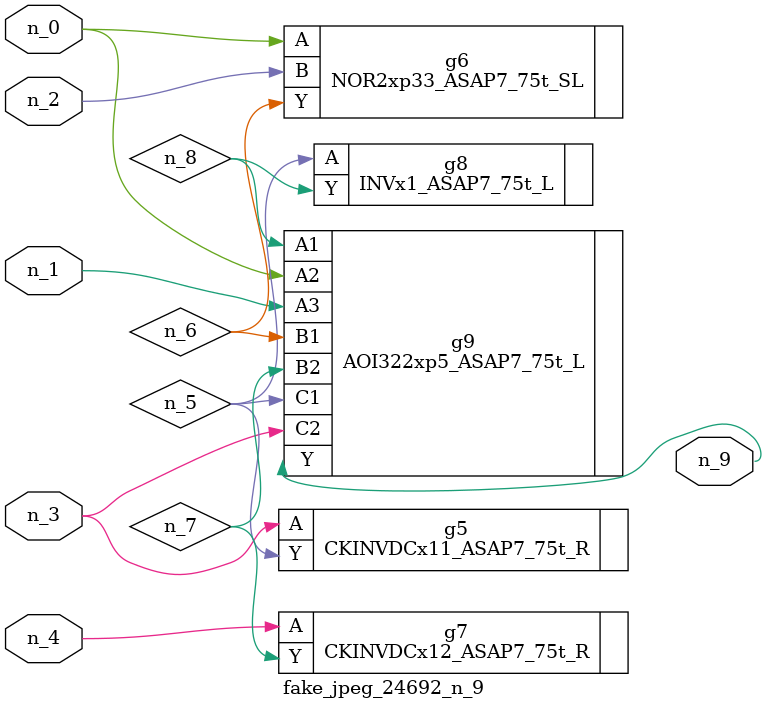
<source format=v>
module fake_jpeg_24692_n_9 (n_3, n_2, n_1, n_0, n_4, n_9);

input n_3;
input n_2;
input n_1;
input n_0;
input n_4;

output n_9;

wire n_8;
wire n_6;
wire n_5;
wire n_7;

CKINVDCx11_ASAP7_75t_R g5 ( 
.A(n_3),
.Y(n_5)
);

NOR2xp33_ASAP7_75t_SL g6 ( 
.A(n_0),
.B(n_2),
.Y(n_6)
);

CKINVDCx12_ASAP7_75t_R g7 ( 
.A(n_4),
.Y(n_7)
);

INVx1_ASAP7_75t_L g8 ( 
.A(n_5),
.Y(n_8)
);

AOI322xp5_ASAP7_75t_L g9 ( 
.A1(n_8),
.A2(n_0),
.A3(n_1),
.B1(n_6),
.B2(n_7),
.C1(n_5),
.C2(n_3),
.Y(n_9)
);


endmodule
</source>
